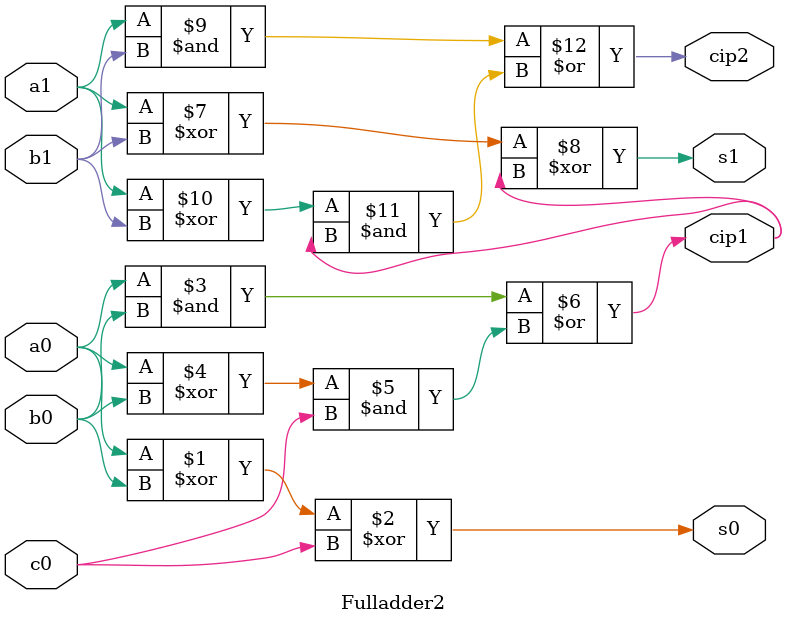
<source format=v>
module Fulladder2(c0,a0,b0,a1,b1,s0,s1,cip1,cip2);
  input   c0,a0,b0,a1,b1; 
  output  s0,cip1,s1,cip2; 

  assign  s0=(a0^b0)^c0;
  assign  cip1=(a0&b0)|((a0^b0)&c0);
  assign  s1=(a1^b1)^cip1;
  assign  cip2=(a1&b1)|((a1^b1)&cip1);

endmodule

</source>
